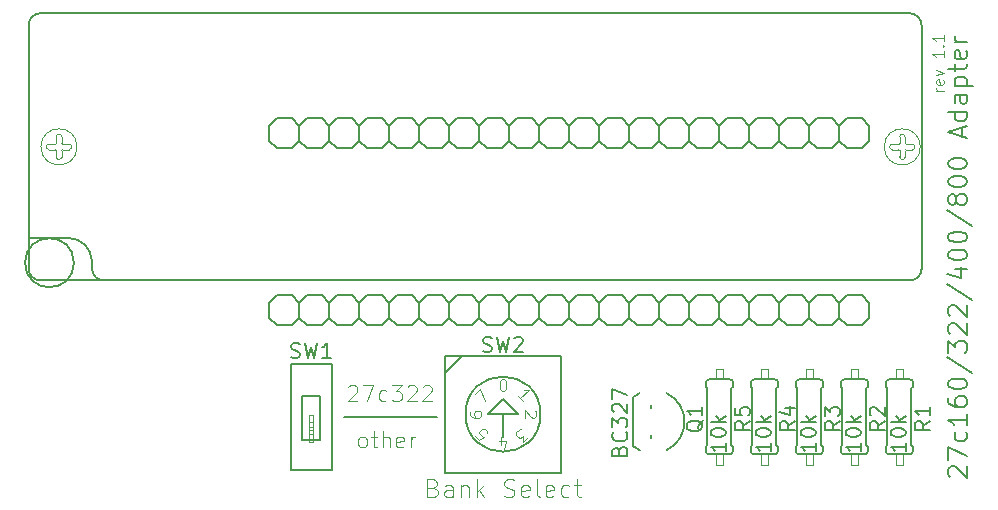
<source format=gto>
G04 #@! TF.GenerationSoftware,KiCad,Pcbnew,(5.1.2)-2*
G04 #@! TF.CreationDate,2019-08-03T14:41:18-04:00*
G04 #@! TF.ProjectId,27C160_Adapter,32374331-3630-45f4-9164-61707465722e,rev?*
G04 #@! TF.SameCoordinates,Original*
G04 #@! TF.FileFunction,Legend,Top*
G04 #@! TF.FilePolarity,Positive*
%FSLAX46Y46*%
G04 Gerber Fmt 4.6, Leading zero omitted, Abs format (unit mm)*
G04 Created by KiCad (PCBNEW (5.1.2)-2) date 2019-08-03 14:41:18*
%MOMM*%
%LPD*%
G04 APERTURE LIST*
%ADD10C,0.113792*%
%ADD11C,0.134112*%
%ADD12C,0.150000*%
%ADD13C,0.081280*%
%ADD14C,0.127000*%
%ADD15C,0.066040*%
%ADD16C,0.152400*%
%ADD17C,0.203200*%
%ADD18C,0.101600*%
G04 APERTURE END LIST*
D10*
X51828072Y-46457477D02*
X52299477Y-45986072D01*
X52703538Y-46996225D01*
X51395380Y-47942523D02*
X51395380Y-48133000D01*
X51443000Y-48228238D01*
X51490619Y-48275857D01*
X51633476Y-48371095D01*
X51823952Y-48418714D01*
X52204904Y-48418714D01*
X52300142Y-48371095D01*
X52347761Y-48323476D01*
X52395380Y-48228238D01*
X52395380Y-48037761D01*
X52347761Y-47942523D01*
X52300142Y-47894904D01*
X52204904Y-47847285D01*
X51966809Y-47847285D01*
X51871571Y-47894904D01*
X51823952Y-47942523D01*
X51776333Y-48037761D01*
X51776333Y-48228238D01*
X51823952Y-48323476D01*
X51871571Y-48371095D01*
X51966809Y-48418714D01*
X51895416Y-50002866D02*
X52232133Y-50339583D01*
X52602522Y-50036538D01*
X52535179Y-50036538D01*
X52434164Y-50002866D01*
X52265805Y-49834507D01*
X52232133Y-49733492D01*
X52232133Y-49666148D01*
X52265805Y-49565133D01*
X52434164Y-49396774D01*
X52535179Y-49363103D01*
X52602522Y-49363103D01*
X52703538Y-49396774D01*
X52871896Y-49565133D01*
X52905568Y-49666148D01*
X52905568Y-49733492D01*
X54038523Y-50760285D02*
X54038523Y-50093619D01*
X54276619Y-51141238D02*
X54514714Y-50426952D01*
X53895666Y-50426952D01*
X56375927Y-50062522D02*
X55938194Y-50500255D01*
X55904522Y-49995179D01*
X55803507Y-50096194D01*
X55702492Y-50129866D01*
X55635148Y-50129866D01*
X55534133Y-50096194D01*
X55365774Y-49927835D01*
X55332103Y-49826820D01*
X55332103Y-49759477D01*
X55365774Y-49658461D01*
X55567805Y-49456431D01*
X55668820Y-49422759D01*
X55736164Y-49422759D01*
X56967380Y-47847285D02*
X57015000Y-47894904D01*
X57062619Y-47990142D01*
X57062619Y-48228238D01*
X57015000Y-48323476D01*
X56967380Y-48371095D01*
X56872142Y-48418714D01*
X56776904Y-48418714D01*
X56634047Y-48371095D01*
X56062619Y-47799666D01*
X56062619Y-48418714D01*
X55889148Y-47003912D02*
X55485087Y-46599851D01*
X55687118Y-46801881D02*
X56394225Y-46094774D01*
X56225866Y-46128446D01*
X56091179Y-46128446D01*
X55990164Y-46094774D01*
X54181380Y-45172380D02*
X54276619Y-45172380D01*
X54371857Y-45220000D01*
X54419476Y-45267619D01*
X54467095Y-45362857D01*
X54514714Y-45553333D01*
X54514714Y-45791428D01*
X54467095Y-45981904D01*
X54419476Y-46077142D01*
X54371857Y-46124761D01*
X54276619Y-46172380D01*
X54181380Y-46172380D01*
X54086142Y-46124761D01*
X54038523Y-46077142D01*
X53990904Y-45981904D01*
X53943285Y-45791428D01*
X53943285Y-45553333D01*
X53990904Y-45362857D01*
X54038523Y-45267619D01*
X54086142Y-45220000D01*
X54181380Y-45172380D01*
X48336142Y-54375857D02*
X48550428Y-54447285D01*
X48621857Y-54518714D01*
X48693285Y-54661571D01*
X48693285Y-54875857D01*
X48621857Y-55018714D01*
X48550428Y-55090142D01*
X48407571Y-55161571D01*
X47836142Y-55161571D01*
X47836142Y-53661571D01*
X48336142Y-53661571D01*
X48479000Y-53733000D01*
X48550428Y-53804428D01*
X48621857Y-53947285D01*
X48621857Y-54090142D01*
X48550428Y-54233000D01*
X48479000Y-54304428D01*
X48336142Y-54375857D01*
X47836142Y-54375857D01*
X49979000Y-55161571D02*
X49979000Y-54375857D01*
X49907571Y-54233000D01*
X49764714Y-54161571D01*
X49479000Y-54161571D01*
X49336142Y-54233000D01*
X49979000Y-55090142D02*
X49836142Y-55161571D01*
X49479000Y-55161571D01*
X49336142Y-55090142D01*
X49264714Y-54947285D01*
X49264714Y-54804428D01*
X49336142Y-54661571D01*
X49479000Y-54590142D01*
X49836142Y-54590142D01*
X49979000Y-54518714D01*
X50693285Y-54161571D02*
X50693285Y-55161571D01*
X50693285Y-54304428D02*
X50764714Y-54233000D01*
X50907571Y-54161571D01*
X51121857Y-54161571D01*
X51264714Y-54233000D01*
X51336142Y-54375857D01*
X51336142Y-55161571D01*
X52050428Y-55161571D02*
X52050428Y-53661571D01*
X52193285Y-54590142D02*
X52621857Y-55161571D01*
X52621857Y-54161571D02*
X52050428Y-54733000D01*
X54336142Y-55090142D02*
X54550428Y-55161571D01*
X54907571Y-55161571D01*
X55050428Y-55090142D01*
X55121857Y-55018714D01*
X55193285Y-54875857D01*
X55193285Y-54733000D01*
X55121857Y-54590142D01*
X55050428Y-54518714D01*
X54907571Y-54447285D01*
X54621857Y-54375857D01*
X54479000Y-54304428D01*
X54407571Y-54233000D01*
X54336142Y-54090142D01*
X54336142Y-53947285D01*
X54407571Y-53804428D01*
X54479000Y-53733000D01*
X54621857Y-53661571D01*
X54979000Y-53661571D01*
X55193285Y-53733000D01*
X56407571Y-55090142D02*
X56264714Y-55161571D01*
X55979000Y-55161571D01*
X55836142Y-55090142D01*
X55764714Y-54947285D01*
X55764714Y-54375857D01*
X55836142Y-54233000D01*
X55979000Y-54161571D01*
X56264714Y-54161571D01*
X56407571Y-54233000D01*
X56479000Y-54375857D01*
X56479000Y-54518714D01*
X55764714Y-54661571D01*
X57336142Y-55161571D02*
X57193285Y-55090142D01*
X57121857Y-54947285D01*
X57121857Y-53661571D01*
X58479000Y-55090142D02*
X58336142Y-55161571D01*
X58050428Y-55161571D01*
X57907571Y-55090142D01*
X57836142Y-54947285D01*
X57836142Y-54375857D01*
X57907571Y-54233000D01*
X58050428Y-54161571D01*
X58336142Y-54161571D01*
X58479000Y-54233000D01*
X58550428Y-54375857D01*
X58550428Y-54518714D01*
X57836142Y-54661571D01*
X59836142Y-55090142D02*
X59693285Y-55161571D01*
X59407571Y-55161571D01*
X59264714Y-55090142D01*
X59193285Y-55018714D01*
X59121857Y-54875857D01*
X59121857Y-54447285D01*
X59193285Y-54304428D01*
X59264714Y-54233000D01*
X59407571Y-54161571D01*
X59693285Y-54161571D01*
X59836142Y-54233000D01*
X60264714Y-54161571D02*
X60836142Y-54161571D01*
X60479000Y-53661571D02*
X60479000Y-54947285D01*
X60550428Y-55090142D01*
X60693285Y-55161571D01*
X60836142Y-55161571D01*
D11*
X92082257Y-53457478D02*
X92006420Y-53381641D01*
X91930582Y-53229967D01*
X91930582Y-52850781D01*
X92006420Y-52699107D01*
X92082257Y-52623270D01*
X92233931Y-52547432D01*
X92385605Y-52547432D01*
X92613117Y-52623270D01*
X93523162Y-53533315D01*
X93523162Y-52547432D01*
X91930582Y-52016572D02*
X91930582Y-50954852D01*
X93523162Y-51637387D01*
X93447325Y-49665621D02*
X93523162Y-49817295D01*
X93523162Y-50120644D01*
X93447325Y-50272318D01*
X93371488Y-50348155D01*
X93219814Y-50423992D01*
X92764791Y-50423992D01*
X92613117Y-50348155D01*
X92537280Y-50272318D01*
X92461442Y-50120644D01*
X92461442Y-49817295D01*
X92537280Y-49665621D01*
X93523162Y-48148878D02*
X93523162Y-49058924D01*
X93523162Y-48603901D02*
X91930582Y-48603901D01*
X92158094Y-48755575D01*
X92309768Y-48907250D01*
X92385605Y-49058924D01*
X91930582Y-46783810D02*
X91930582Y-47087158D01*
X92006420Y-47238832D01*
X92082257Y-47314670D01*
X92309768Y-47466344D01*
X92613117Y-47542181D01*
X93219814Y-47542181D01*
X93371488Y-47466344D01*
X93447325Y-47390507D01*
X93523162Y-47238832D01*
X93523162Y-46935484D01*
X93447325Y-46783810D01*
X93371488Y-46707972D01*
X93219814Y-46632135D01*
X92840628Y-46632135D01*
X92688954Y-46707972D01*
X92613117Y-46783810D01*
X92537280Y-46935484D01*
X92537280Y-47238832D01*
X92613117Y-47390507D01*
X92688954Y-47466344D01*
X92840628Y-47542181D01*
X91930582Y-45646252D02*
X91930582Y-45494578D01*
X92006420Y-45342904D01*
X92082257Y-45267067D01*
X92233931Y-45191230D01*
X92537280Y-45115392D01*
X92916465Y-45115392D01*
X93219814Y-45191230D01*
X93371488Y-45267067D01*
X93447325Y-45342904D01*
X93523162Y-45494578D01*
X93523162Y-45646252D01*
X93447325Y-45797927D01*
X93371488Y-45873764D01*
X93219814Y-45949601D01*
X92916465Y-46025438D01*
X92537280Y-46025438D01*
X92233931Y-45949601D01*
X92082257Y-45873764D01*
X92006420Y-45797927D01*
X91930582Y-45646252D01*
X91854745Y-43295301D02*
X93902348Y-44660370D01*
X91930582Y-42916115D02*
X91930582Y-41930232D01*
X92537280Y-42461092D01*
X92537280Y-42233581D01*
X92613117Y-42081907D01*
X92688954Y-42006070D01*
X92840628Y-41930232D01*
X93219814Y-41930232D01*
X93371488Y-42006070D01*
X93447325Y-42081907D01*
X93523162Y-42233581D01*
X93523162Y-42688604D01*
X93447325Y-42840278D01*
X93371488Y-42916115D01*
X92082257Y-41323535D02*
X92006420Y-41247698D01*
X91930582Y-41096024D01*
X91930582Y-40716838D01*
X92006420Y-40565164D01*
X92082257Y-40489327D01*
X92233931Y-40413490D01*
X92385605Y-40413490D01*
X92613117Y-40489327D01*
X93523162Y-41399372D01*
X93523162Y-40413490D01*
X92082257Y-39806792D02*
X92006420Y-39730955D01*
X91930582Y-39579281D01*
X91930582Y-39200095D01*
X92006420Y-39048421D01*
X92082257Y-38972584D01*
X92233931Y-38896747D01*
X92385605Y-38896747D01*
X92613117Y-38972584D01*
X93523162Y-39882630D01*
X93523162Y-38896747D01*
X91854745Y-37076655D02*
X93902348Y-38441724D01*
X92461442Y-35863261D02*
X93523162Y-35863261D01*
X91854745Y-36242447D02*
X92992302Y-36621632D01*
X92992302Y-35635750D01*
X91930582Y-34725704D02*
X91930582Y-34574030D01*
X92006420Y-34422355D01*
X92082257Y-34346518D01*
X92233931Y-34270681D01*
X92537280Y-34194844D01*
X92916465Y-34194844D01*
X93219814Y-34270681D01*
X93371488Y-34346518D01*
X93447325Y-34422355D01*
X93523162Y-34574030D01*
X93523162Y-34725704D01*
X93447325Y-34877378D01*
X93371488Y-34953215D01*
X93219814Y-35029052D01*
X92916465Y-35104890D01*
X92537280Y-35104890D01*
X92233931Y-35029052D01*
X92082257Y-34953215D01*
X92006420Y-34877378D01*
X91930582Y-34725704D01*
X91930582Y-33208961D02*
X91930582Y-33057287D01*
X92006420Y-32905612D01*
X92082257Y-32829775D01*
X92233931Y-32753938D01*
X92537280Y-32678101D01*
X92916465Y-32678101D01*
X93219814Y-32753938D01*
X93371488Y-32829775D01*
X93447325Y-32905612D01*
X93523162Y-33057287D01*
X93523162Y-33208961D01*
X93447325Y-33360635D01*
X93371488Y-33436472D01*
X93219814Y-33512310D01*
X92916465Y-33588147D01*
X92537280Y-33588147D01*
X92233931Y-33512310D01*
X92082257Y-33436472D01*
X92006420Y-33360635D01*
X91930582Y-33208961D01*
X91854745Y-30858010D02*
X93902348Y-32223078D01*
X92613117Y-30099638D02*
X92537280Y-30251312D01*
X92461442Y-30327150D01*
X92309768Y-30402987D01*
X92233931Y-30402987D01*
X92082257Y-30327150D01*
X92006420Y-30251312D01*
X91930582Y-30099638D01*
X91930582Y-29796290D01*
X92006420Y-29644615D01*
X92082257Y-29568778D01*
X92233931Y-29492941D01*
X92309768Y-29492941D01*
X92461442Y-29568778D01*
X92537280Y-29644615D01*
X92613117Y-29796290D01*
X92613117Y-30099638D01*
X92688954Y-30251312D01*
X92764791Y-30327150D01*
X92916465Y-30402987D01*
X93219814Y-30402987D01*
X93371488Y-30327150D01*
X93447325Y-30251312D01*
X93523162Y-30099638D01*
X93523162Y-29796290D01*
X93447325Y-29644615D01*
X93371488Y-29568778D01*
X93219814Y-29492941D01*
X92916465Y-29492941D01*
X92764791Y-29568778D01*
X92688954Y-29644615D01*
X92613117Y-29796290D01*
X91930582Y-28507058D02*
X91930582Y-28355384D01*
X92006420Y-28203710D01*
X92082257Y-28127872D01*
X92233931Y-28052035D01*
X92537280Y-27976198D01*
X92916465Y-27976198D01*
X93219814Y-28052035D01*
X93371488Y-28127872D01*
X93447325Y-28203710D01*
X93523162Y-28355384D01*
X93523162Y-28507058D01*
X93447325Y-28658732D01*
X93371488Y-28734570D01*
X93219814Y-28810407D01*
X92916465Y-28886244D01*
X92537280Y-28886244D01*
X92233931Y-28810407D01*
X92082257Y-28734570D01*
X92006420Y-28658732D01*
X91930582Y-28507058D01*
X91930582Y-26990315D02*
X91930582Y-26838641D01*
X92006420Y-26686967D01*
X92082257Y-26611130D01*
X92233931Y-26535292D01*
X92537280Y-26459455D01*
X92916465Y-26459455D01*
X93219814Y-26535292D01*
X93371488Y-26611130D01*
X93447325Y-26686967D01*
X93523162Y-26838641D01*
X93523162Y-26990315D01*
X93447325Y-27141990D01*
X93371488Y-27217827D01*
X93219814Y-27293664D01*
X92916465Y-27369501D01*
X92537280Y-27369501D01*
X92233931Y-27293664D01*
X92082257Y-27217827D01*
X92006420Y-27141990D01*
X91930582Y-26990315D01*
X93068140Y-24639364D02*
X93068140Y-23880992D01*
X93523162Y-24791038D02*
X91930582Y-24260178D01*
X93523162Y-23729318D01*
X93523162Y-22515924D02*
X91930582Y-22515924D01*
X93447325Y-22515924D02*
X93523162Y-22667598D01*
X93523162Y-22970947D01*
X93447325Y-23122621D01*
X93371488Y-23198458D01*
X93219814Y-23274295D01*
X92764791Y-23274295D01*
X92613117Y-23198458D01*
X92537280Y-23122621D01*
X92461442Y-22970947D01*
X92461442Y-22667598D01*
X92537280Y-22515924D01*
X93523162Y-21075018D02*
X92688954Y-21075018D01*
X92537280Y-21150855D01*
X92461442Y-21302530D01*
X92461442Y-21605878D01*
X92537280Y-21757552D01*
X93447325Y-21075018D02*
X93523162Y-21226692D01*
X93523162Y-21605878D01*
X93447325Y-21757552D01*
X93295651Y-21833390D01*
X93143977Y-21833390D01*
X92992302Y-21757552D01*
X92916465Y-21605878D01*
X92916465Y-21226692D01*
X92840628Y-21075018D01*
X92461442Y-20316647D02*
X94054022Y-20316647D01*
X92537280Y-20316647D02*
X92461442Y-20164972D01*
X92461442Y-19861624D01*
X92537280Y-19709950D01*
X92613117Y-19634112D01*
X92764791Y-19558275D01*
X93219814Y-19558275D01*
X93371488Y-19634112D01*
X93447325Y-19709950D01*
X93523162Y-19861624D01*
X93523162Y-20164972D01*
X93447325Y-20316647D01*
X92461442Y-19103252D02*
X92461442Y-18496555D01*
X91930582Y-18875741D02*
X93295651Y-18875741D01*
X93447325Y-18799904D01*
X93523162Y-18648230D01*
X93523162Y-18496555D01*
X93447325Y-17358998D02*
X93523162Y-17510672D01*
X93523162Y-17814021D01*
X93447325Y-17965695D01*
X93295651Y-18041532D01*
X92688954Y-18041532D01*
X92537280Y-17965695D01*
X92461442Y-17814021D01*
X92461442Y-17510672D01*
X92537280Y-17358998D01*
X92688954Y-17283161D01*
X92840628Y-17283161D01*
X92992302Y-18041532D01*
X93523162Y-16600627D02*
X92461442Y-16600627D01*
X92764791Y-16600627D02*
X92613117Y-16524790D01*
X92537280Y-16448952D01*
X92461442Y-16297278D01*
X92461442Y-16145604D01*
D12*
X40805100Y-48361600D02*
X48639000Y-48361600D01*
D10*
X41136451Y-45804666D02*
X41200798Y-45740320D01*
X41329491Y-45675973D01*
X41651224Y-45675973D01*
X41779918Y-45740320D01*
X41844264Y-45804666D01*
X41908611Y-45933360D01*
X41908611Y-46062053D01*
X41844264Y-46255093D01*
X41072104Y-47027253D01*
X41908611Y-47027253D01*
X42359038Y-45675973D02*
X43259891Y-45675973D01*
X42680771Y-47027253D01*
X44353784Y-46962906D02*
X44225091Y-47027253D01*
X43967704Y-47027253D01*
X43839011Y-46962906D01*
X43774664Y-46898560D01*
X43710318Y-46769866D01*
X43710318Y-46383786D01*
X43774664Y-46255093D01*
X43839011Y-46190746D01*
X43967704Y-46126400D01*
X44225091Y-46126400D01*
X44353784Y-46190746D01*
X44804211Y-45675973D02*
X45640718Y-45675973D01*
X45190291Y-46190746D01*
X45383331Y-46190746D01*
X45512024Y-46255093D01*
X45576371Y-46319440D01*
X45640718Y-46448133D01*
X45640718Y-46769866D01*
X45576371Y-46898560D01*
X45512024Y-46962906D01*
X45383331Y-47027253D01*
X44997251Y-47027253D01*
X44868558Y-46962906D01*
X44804211Y-46898560D01*
X46155491Y-45804666D02*
X46219838Y-45740320D01*
X46348531Y-45675973D01*
X46670264Y-45675973D01*
X46798958Y-45740320D01*
X46863304Y-45804666D01*
X46927651Y-45933360D01*
X46927651Y-46062053D01*
X46863304Y-46255093D01*
X46091144Y-47027253D01*
X46927651Y-47027253D01*
X47442424Y-45804666D02*
X47506771Y-45740320D01*
X47635464Y-45675973D01*
X47957198Y-45675973D01*
X48085891Y-45740320D01*
X48150238Y-45804666D01*
X48214584Y-45933360D01*
X48214584Y-46062053D01*
X48150238Y-46255093D01*
X47378078Y-47027253D01*
X48214584Y-47027253D01*
X42244738Y-50943933D02*
X42116044Y-50879586D01*
X42051698Y-50815240D01*
X41987351Y-50686546D01*
X41987351Y-50300466D01*
X42051698Y-50171773D01*
X42116044Y-50107426D01*
X42244738Y-50043080D01*
X42437778Y-50043080D01*
X42566471Y-50107426D01*
X42630818Y-50171773D01*
X42695164Y-50300466D01*
X42695164Y-50686546D01*
X42630818Y-50815240D01*
X42566471Y-50879586D01*
X42437778Y-50943933D01*
X42244738Y-50943933D01*
X43081244Y-50043080D02*
X43596018Y-50043080D01*
X43274284Y-49592653D02*
X43274284Y-50750893D01*
X43338631Y-50879586D01*
X43467324Y-50943933D01*
X43596018Y-50943933D01*
X44046444Y-50943933D02*
X44046444Y-49592653D01*
X44625564Y-50943933D02*
X44625564Y-50236120D01*
X44561218Y-50107426D01*
X44432524Y-50043080D01*
X44239484Y-50043080D01*
X44110791Y-50107426D01*
X44046444Y-50171773D01*
X45783804Y-50879586D02*
X45655111Y-50943933D01*
X45397724Y-50943933D01*
X45269031Y-50879586D01*
X45204684Y-50750893D01*
X45204684Y-50236120D01*
X45269031Y-50107426D01*
X45397724Y-50043080D01*
X45655111Y-50043080D01*
X45783804Y-50107426D01*
X45848151Y-50236120D01*
X45848151Y-50364813D01*
X45204684Y-50493506D01*
X46427271Y-50943933D02*
X46427271Y-50043080D01*
X46427271Y-50300466D02*
X46491618Y-50171773D01*
X46555964Y-50107426D01*
X46684658Y-50043080D01*
X46813351Y-50043080D01*
D13*
X91559138Y-20773958D02*
X90915671Y-20773958D01*
X91099519Y-20773958D02*
X91007595Y-20727996D01*
X90961633Y-20682034D01*
X90915671Y-20590110D01*
X90915671Y-20498187D01*
X91513176Y-19808758D02*
X91559138Y-19900682D01*
X91559138Y-20084529D01*
X91513176Y-20176453D01*
X91421252Y-20222415D01*
X91053557Y-20222415D01*
X90961633Y-20176453D01*
X90915671Y-20084529D01*
X90915671Y-19900682D01*
X90961633Y-19808758D01*
X91053557Y-19762796D01*
X91145480Y-19762796D01*
X91237404Y-20222415D01*
X90915671Y-19441063D02*
X91559138Y-19211253D01*
X90915671Y-18981444D01*
X91559138Y-17372777D02*
X91559138Y-17924320D01*
X91559138Y-17648548D02*
X90593938Y-17648548D01*
X90731823Y-17740472D01*
X90823747Y-17832396D01*
X90869709Y-17924320D01*
X91467214Y-16959120D02*
X91513176Y-16913158D01*
X91559138Y-16959120D01*
X91513176Y-17005082D01*
X91467214Y-16959120D01*
X91559138Y-16959120D01*
X91559138Y-15993920D02*
X91559138Y-16545463D01*
X91559138Y-16269691D02*
X90593938Y-16269691D01*
X90731823Y-16361615D01*
X90823747Y-16453539D01*
X90869709Y-16545463D01*
D12*
X55499000Y-48133000D02*
X52959000Y-48133000D01*
X54229000Y-46863000D02*
X52959000Y-48133000D01*
X54229000Y-46863000D02*
X55499000Y-48133000D01*
X54229000Y-48133000D02*
X54229000Y-50038000D01*
X57404000Y-48133000D02*
G75*
G03X57404000Y-48133000I-3175000J0D01*
G01*
X49279000Y-44683000D02*
X50779000Y-43183000D01*
X59179000Y-43183000D02*
X59179000Y-53083000D01*
X49279000Y-43183000D02*
X59179000Y-43183000D01*
X49279000Y-53083000D02*
X49279000Y-43183000D01*
X59179000Y-53083000D02*
X49279000Y-53083000D01*
D14*
X65278000Y-46675040D02*
X65278000Y-50860960D01*
X66802000Y-47632620D02*
X66802000Y-47365920D01*
X66802000Y-50170080D02*
X66802000Y-49903380D01*
X68067124Y-51180903D02*
G75*
G03X68066920Y-46355000I-1138124J2412903D01*
G01*
X65791194Y-46356717D02*
G75*
G03X65278000Y-46675040I1140346J-2411283D01*
G01*
X65280427Y-50861617D02*
G75*
G03X65819020Y-51191160I1651113J2093617D01*
G01*
D15*
X87490200Y-51537000D02*
X87490200Y-52400600D01*
X87490200Y-52400600D02*
X88099800Y-52400600D01*
X88099800Y-51537000D02*
X88099800Y-52400600D01*
X87490200Y-51537000D02*
X88099800Y-51537000D01*
X87490200Y-44323400D02*
X87490200Y-45187000D01*
X87490200Y-45187000D02*
X88099800Y-45187000D01*
X88099800Y-44323400D02*
X88099800Y-45187000D01*
X87490200Y-44323400D02*
X88099800Y-44323400D01*
D16*
X86906000Y-45187000D02*
X88684000Y-45187000D01*
X88938000Y-45441000D02*
X88938000Y-45822000D01*
X88811000Y-45949000D02*
X88938000Y-45822000D01*
X86652000Y-45441000D02*
X86652000Y-45822000D01*
X86779000Y-45949000D02*
X86652000Y-45822000D01*
X88811000Y-50775000D02*
X88938000Y-50902000D01*
X88811000Y-50775000D02*
X88811000Y-45949000D01*
X86779000Y-50775000D02*
X86652000Y-50902000D01*
X86779000Y-50775000D02*
X86779000Y-45949000D01*
X88938000Y-51283000D02*
X88938000Y-50902000D01*
X86652000Y-51283000D02*
X86652000Y-50902000D01*
X86906000Y-51537000D02*
X88684000Y-51537000D01*
X88938000Y-45441000D02*
G75*
G03X88684000Y-45187000I-254000J0D01*
G01*
X86906000Y-45187000D02*
G75*
G03X86652000Y-45441000I0J-254000D01*
G01*
X86652000Y-51283000D02*
G75*
G03X86906000Y-51537000I254000J0D01*
G01*
X88684000Y-51537000D02*
G75*
G03X88938000Y-51283000I0J254000D01*
G01*
D15*
X83680200Y-51537000D02*
X83680200Y-52400600D01*
X83680200Y-52400600D02*
X84289800Y-52400600D01*
X84289800Y-51537000D02*
X84289800Y-52400600D01*
X83680200Y-51537000D02*
X84289800Y-51537000D01*
X83680200Y-44323400D02*
X83680200Y-45187000D01*
X83680200Y-45187000D02*
X84289800Y-45187000D01*
X84289800Y-44323400D02*
X84289800Y-45187000D01*
X83680200Y-44323400D02*
X84289800Y-44323400D01*
D16*
X83096000Y-45187000D02*
X84874000Y-45187000D01*
X85128000Y-45441000D02*
X85128000Y-45822000D01*
X85001000Y-45949000D02*
X85128000Y-45822000D01*
X82842000Y-45441000D02*
X82842000Y-45822000D01*
X82969000Y-45949000D02*
X82842000Y-45822000D01*
X85001000Y-50775000D02*
X85128000Y-50902000D01*
X85001000Y-50775000D02*
X85001000Y-45949000D01*
X82969000Y-50775000D02*
X82842000Y-50902000D01*
X82969000Y-50775000D02*
X82969000Y-45949000D01*
X85128000Y-51283000D02*
X85128000Y-50902000D01*
X82842000Y-51283000D02*
X82842000Y-50902000D01*
X83096000Y-51537000D02*
X84874000Y-51537000D01*
X85128000Y-45441000D02*
G75*
G03X84874000Y-45187000I-254000J0D01*
G01*
X83096000Y-45187000D02*
G75*
G03X82842000Y-45441000I0J-254000D01*
G01*
X82842000Y-51283000D02*
G75*
G03X83096000Y-51537000I254000J0D01*
G01*
X84874000Y-51537000D02*
G75*
G03X85128000Y-51283000I0J254000D01*
G01*
D15*
X79870200Y-51537000D02*
X79870200Y-52400600D01*
X79870200Y-52400600D02*
X80479800Y-52400600D01*
X80479800Y-51537000D02*
X80479800Y-52400600D01*
X79870200Y-51537000D02*
X80479800Y-51537000D01*
X79870200Y-44323400D02*
X79870200Y-45187000D01*
X79870200Y-45187000D02*
X80479800Y-45187000D01*
X80479800Y-44323400D02*
X80479800Y-45187000D01*
X79870200Y-44323400D02*
X80479800Y-44323400D01*
D16*
X79286000Y-45187000D02*
X81064000Y-45187000D01*
X81318000Y-45441000D02*
X81318000Y-45822000D01*
X81191000Y-45949000D02*
X81318000Y-45822000D01*
X79032000Y-45441000D02*
X79032000Y-45822000D01*
X79159000Y-45949000D02*
X79032000Y-45822000D01*
X81191000Y-50775000D02*
X81318000Y-50902000D01*
X81191000Y-50775000D02*
X81191000Y-45949000D01*
X79159000Y-50775000D02*
X79032000Y-50902000D01*
X79159000Y-50775000D02*
X79159000Y-45949000D01*
X81318000Y-51283000D02*
X81318000Y-50902000D01*
X79032000Y-51283000D02*
X79032000Y-50902000D01*
X79286000Y-51537000D02*
X81064000Y-51537000D01*
X81318000Y-45441000D02*
G75*
G03X81064000Y-45187000I-254000J0D01*
G01*
X79286000Y-45187000D02*
G75*
G03X79032000Y-45441000I0J-254000D01*
G01*
X79032000Y-51283000D02*
G75*
G03X79286000Y-51537000I254000J0D01*
G01*
X81064000Y-51537000D02*
G75*
G03X81318000Y-51283000I0J254000D01*
G01*
D15*
X76669800Y-45187000D02*
X76669800Y-44323400D01*
X76669800Y-44323400D02*
X76060200Y-44323400D01*
X76060200Y-45187000D02*
X76060200Y-44323400D01*
X76669800Y-45187000D02*
X76060200Y-45187000D01*
X76669800Y-52400600D02*
X76669800Y-51537000D01*
X76669800Y-51537000D02*
X76060200Y-51537000D01*
X76060200Y-52400600D02*
X76060200Y-51537000D01*
X76669800Y-52400600D02*
X76060200Y-52400600D01*
D16*
X77254000Y-51537000D02*
X75476000Y-51537000D01*
X75222000Y-51283000D02*
X75222000Y-50902000D01*
X75349000Y-50775000D02*
X75222000Y-50902000D01*
X77508000Y-51283000D02*
X77508000Y-50902000D01*
X77381000Y-50775000D02*
X77508000Y-50902000D01*
X75349000Y-45949000D02*
X75222000Y-45822000D01*
X75349000Y-45949000D02*
X75349000Y-50775000D01*
X77381000Y-45949000D02*
X77508000Y-45822000D01*
X77381000Y-45949000D02*
X77381000Y-50775000D01*
X75222000Y-45441000D02*
X75222000Y-45822000D01*
X77508000Y-45441000D02*
X77508000Y-45822000D01*
X77254000Y-45187000D02*
X75476000Y-45187000D01*
X75222000Y-51283000D02*
G75*
G03X75476000Y-51537000I254000J0D01*
G01*
X77254000Y-51537000D02*
G75*
G03X77508000Y-51283000I0J254000D01*
G01*
X77508000Y-45441000D02*
G75*
G03X77254000Y-45187000I-254000J0D01*
G01*
X75476000Y-45187000D02*
G75*
G03X75222000Y-45441000I0J-254000D01*
G01*
D15*
X72250200Y-51537000D02*
X72250200Y-52400600D01*
X72250200Y-52400600D02*
X72859800Y-52400600D01*
X72859800Y-51537000D02*
X72859800Y-52400600D01*
X72250200Y-51537000D02*
X72859800Y-51537000D01*
X72250200Y-44323400D02*
X72250200Y-45187000D01*
X72250200Y-45187000D02*
X72859800Y-45187000D01*
X72859800Y-44323400D02*
X72859800Y-45187000D01*
X72250200Y-44323400D02*
X72859800Y-44323400D01*
D16*
X71666000Y-45187000D02*
X73444000Y-45187000D01*
X73698000Y-45441000D02*
X73698000Y-45822000D01*
X73571000Y-45949000D02*
X73698000Y-45822000D01*
X71412000Y-45441000D02*
X71412000Y-45822000D01*
X71539000Y-45949000D02*
X71412000Y-45822000D01*
X73571000Y-50775000D02*
X73698000Y-50902000D01*
X73571000Y-50775000D02*
X73571000Y-45949000D01*
X71539000Y-50775000D02*
X71412000Y-50902000D01*
X71539000Y-50775000D02*
X71539000Y-45949000D01*
X73698000Y-51283000D02*
X73698000Y-50902000D01*
X71412000Y-51283000D02*
X71412000Y-50902000D01*
X71666000Y-51537000D02*
X73444000Y-51537000D01*
X73698000Y-45441000D02*
G75*
G03X73444000Y-45187000I-254000J0D01*
G01*
X71666000Y-45187000D02*
G75*
G03X71412000Y-45441000I0J-254000D01*
G01*
X71412000Y-51283000D02*
G75*
G03X71666000Y-51537000I254000J0D01*
G01*
X73444000Y-51537000D02*
G75*
G03X73698000Y-51283000I0J254000D01*
G01*
D15*
X38185500Y-50457500D02*
X38185500Y-49441500D01*
X38185500Y-49441500D02*
X37804500Y-49441500D01*
X37804500Y-50457500D02*
X37804500Y-49441500D01*
X38185500Y-50457500D02*
X37804500Y-50457500D01*
X38185500Y-49822500D02*
X38185500Y-48806500D01*
X38185500Y-48806500D02*
X37804500Y-48806500D01*
X37804500Y-49822500D02*
X37804500Y-48806500D01*
X38185500Y-49822500D02*
X37804500Y-49822500D01*
X38185500Y-49187500D02*
X38185500Y-48171500D01*
X38185500Y-48171500D02*
X37804500Y-48171500D01*
X37804500Y-49187500D02*
X37804500Y-48171500D01*
X38185500Y-49187500D02*
X37804500Y-49187500D01*
D14*
X39742520Y-52860340D02*
X39742520Y-43863660D01*
X39742520Y-43863660D02*
X36247480Y-43863660D01*
X36247480Y-43863660D02*
X36247480Y-52860340D01*
X36247480Y-52860340D02*
X39742520Y-52860340D01*
X37245700Y-46614480D02*
X37245700Y-50360980D01*
X37245700Y-50360980D02*
X38744300Y-50360980D01*
X38744300Y-50360980D02*
X38744300Y-46614480D01*
X38744300Y-46614480D02*
X37245700Y-46614480D01*
D16*
X80810000Y-23091540D02*
X82080000Y-23091540D01*
X82080000Y-23091540D02*
X82715000Y-23724000D01*
X82715000Y-23724000D02*
X82715000Y-24994000D01*
X82715000Y-24994000D02*
X82080000Y-25629000D01*
X77635000Y-23724000D02*
X78270000Y-23091540D01*
X78270000Y-23091540D02*
X79540000Y-23091540D01*
X79540000Y-23091540D02*
X80175000Y-23724000D01*
X80175000Y-23724000D02*
X80175000Y-24994000D01*
X80175000Y-24994000D02*
X79540000Y-25629000D01*
X79540000Y-25629000D02*
X78270000Y-25629000D01*
X78270000Y-25629000D02*
X77635000Y-24994000D01*
X80810000Y-23091540D02*
X80175000Y-23724000D01*
X80175000Y-24994000D02*
X80810000Y-25629000D01*
X82080000Y-25629000D02*
X80810000Y-25629000D01*
X73190000Y-23091540D02*
X74460000Y-23091540D01*
X74460000Y-23091540D02*
X75095000Y-23724000D01*
X75095000Y-23724000D02*
X75095000Y-24994000D01*
X75095000Y-24994000D02*
X74460000Y-25629000D01*
X75095000Y-23724000D02*
X75730000Y-23091540D01*
X75730000Y-23091540D02*
X77000000Y-23091540D01*
X77000000Y-23091540D02*
X77635000Y-23724000D01*
X77635000Y-23724000D02*
X77635000Y-24994000D01*
X77635000Y-24994000D02*
X77000000Y-25629000D01*
X77000000Y-25629000D02*
X75730000Y-25629000D01*
X75730000Y-25629000D02*
X75095000Y-24994000D01*
X70015000Y-23724000D02*
X70650000Y-23091540D01*
X70650000Y-23091540D02*
X71920000Y-23091540D01*
X71920000Y-23091540D02*
X72555000Y-23724000D01*
X72555000Y-23724000D02*
X72555000Y-24994000D01*
X72555000Y-24994000D02*
X71920000Y-25629000D01*
X71920000Y-25629000D02*
X70650000Y-25629000D01*
X70650000Y-25629000D02*
X70015000Y-24994000D01*
X73190000Y-23091540D02*
X72555000Y-23724000D01*
X72555000Y-24994000D02*
X73190000Y-25629000D01*
X74460000Y-25629000D02*
X73190000Y-25629000D01*
X65570000Y-23091540D02*
X66840000Y-23091540D01*
X66840000Y-23091540D02*
X67475000Y-23724000D01*
X67475000Y-23724000D02*
X67475000Y-24994000D01*
X67475000Y-24994000D02*
X66840000Y-25629000D01*
X67475000Y-23724000D02*
X68110000Y-23091540D01*
X68110000Y-23091540D02*
X69380000Y-23091540D01*
X69380000Y-23091540D02*
X70015000Y-23724000D01*
X70015000Y-23724000D02*
X70015000Y-24994000D01*
X70015000Y-24994000D02*
X69380000Y-25629000D01*
X69380000Y-25629000D02*
X68110000Y-25629000D01*
X68110000Y-25629000D02*
X67475000Y-24994000D01*
X62395000Y-23724000D02*
X63030000Y-23091540D01*
X63030000Y-23091540D02*
X64300000Y-23091540D01*
X64300000Y-23091540D02*
X64935000Y-23724000D01*
X64935000Y-23724000D02*
X64935000Y-24994000D01*
X64935000Y-24994000D02*
X64300000Y-25629000D01*
X64300000Y-25629000D02*
X63030000Y-25629000D01*
X63030000Y-25629000D02*
X62395000Y-24994000D01*
X65570000Y-23091540D02*
X64935000Y-23724000D01*
X64935000Y-24994000D02*
X65570000Y-25629000D01*
X66840000Y-25629000D02*
X65570000Y-25629000D01*
X57950000Y-23091540D02*
X59220000Y-23091540D01*
X59220000Y-23091540D02*
X59855000Y-23724000D01*
X59855000Y-23724000D02*
X59855000Y-24994000D01*
X59855000Y-24994000D02*
X59220000Y-25629000D01*
X59855000Y-23724000D02*
X60490000Y-23091540D01*
X60490000Y-23091540D02*
X61760000Y-23091540D01*
X61760000Y-23091540D02*
X62395000Y-23724000D01*
X62395000Y-23724000D02*
X62395000Y-24994000D01*
X62395000Y-24994000D02*
X61760000Y-25629000D01*
X61760000Y-25629000D02*
X60490000Y-25629000D01*
X60490000Y-25629000D02*
X59855000Y-24994000D01*
X54775000Y-23724000D02*
X55410000Y-23091540D01*
X55410000Y-23091540D02*
X56680000Y-23091540D01*
X56680000Y-23091540D02*
X57315000Y-23724000D01*
X57315000Y-23724000D02*
X57315000Y-24994000D01*
X57315000Y-24994000D02*
X56680000Y-25629000D01*
X56680000Y-25629000D02*
X55410000Y-25629000D01*
X55410000Y-25629000D02*
X54775000Y-24994000D01*
X57950000Y-23091540D02*
X57315000Y-23724000D01*
X57315000Y-24994000D02*
X57950000Y-25629000D01*
X59220000Y-25629000D02*
X57950000Y-25629000D01*
X50330000Y-23091540D02*
X51600000Y-23091540D01*
X51600000Y-23091540D02*
X52235000Y-23724000D01*
X52235000Y-23724000D02*
X52235000Y-24994000D01*
X52235000Y-24994000D02*
X51600000Y-25629000D01*
X52235000Y-23724000D02*
X52870000Y-23091540D01*
X52870000Y-23091540D02*
X54140000Y-23091540D01*
X54140000Y-23091540D02*
X54775000Y-23724000D01*
X54775000Y-23724000D02*
X54775000Y-24994000D01*
X54775000Y-24994000D02*
X54140000Y-25629000D01*
X54140000Y-25629000D02*
X52870000Y-25629000D01*
X52870000Y-25629000D02*
X52235000Y-24994000D01*
X47155000Y-23724000D02*
X47790000Y-23091540D01*
X47790000Y-23091540D02*
X49060000Y-23091540D01*
X49060000Y-23091540D02*
X49695000Y-23724000D01*
X49695000Y-23724000D02*
X49695000Y-24994000D01*
X49695000Y-24994000D02*
X49060000Y-25629000D01*
X49060000Y-25629000D02*
X47790000Y-25629000D01*
X47790000Y-25629000D02*
X47155000Y-24994000D01*
X50330000Y-23091540D02*
X49695000Y-23724000D01*
X49695000Y-24994000D02*
X50330000Y-25629000D01*
X51600000Y-25629000D02*
X50330000Y-25629000D01*
X42710000Y-23091540D02*
X43980000Y-23091540D01*
X43980000Y-23091540D02*
X44615000Y-23724000D01*
X44615000Y-23724000D02*
X44615000Y-24994000D01*
X44615000Y-24994000D02*
X43980000Y-25629000D01*
X44615000Y-23724000D02*
X45250000Y-23091540D01*
X45250000Y-23091540D02*
X46520000Y-23091540D01*
X46520000Y-23091540D02*
X47155000Y-23724000D01*
X47155000Y-23724000D02*
X47155000Y-24994000D01*
X47155000Y-24994000D02*
X46520000Y-25629000D01*
X46520000Y-25629000D02*
X45250000Y-25629000D01*
X45250000Y-25629000D02*
X44615000Y-24994000D01*
X39535000Y-23724000D02*
X40170000Y-23091540D01*
X40170000Y-23091540D02*
X41440000Y-23091540D01*
X41440000Y-23091540D02*
X42075000Y-23724000D01*
X42075000Y-23724000D02*
X42075000Y-24994000D01*
X42075000Y-24994000D02*
X41440000Y-25629000D01*
X41440000Y-25629000D02*
X40170000Y-25629000D01*
X40170000Y-25629000D02*
X39535000Y-24994000D01*
X42710000Y-23091540D02*
X42075000Y-23724000D01*
X42075000Y-24994000D02*
X42710000Y-25629000D01*
X43980000Y-25629000D02*
X42710000Y-25629000D01*
X35090000Y-23091540D02*
X36360000Y-23091540D01*
X36360000Y-23091540D02*
X36995000Y-23724000D01*
X36995000Y-23724000D02*
X36995000Y-24994000D01*
X36995000Y-24994000D02*
X36360000Y-25629000D01*
X36995000Y-23724000D02*
X37630000Y-23091540D01*
X37630000Y-23091540D02*
X38900000Y-23091540D01*
X38900000Y-23091540D02*
X39535000Y-23724000D01*
X39535000Y-23724000D02*
X39535000Y-24994000D01*
X39535000Y-24994000D02*
X38900000Y-25629000D01*
X38900000Y-25629000D02*
X37630000Y-25629000D01*
X37630000Y-25629000D02*
X36995000Y-24994000D01*
X34455000Y-23724000D02*
X34455000Y-24994000D01*
X35090000Y-23091540D02*
X34455000Y-23724000D01*
X34455000Y-24994000D02*
X35090000Y-25629000D01*
X36360000Y-25629000D02*
X35090000Y-25629000D01*
X83350000Y-23091540D02*
X84620000Y-23091540D01*
X84620000Y-23091540D02*
X85255000Y-23724000D01*
X85255000Y-23724000D02*
X85255000Y-24994000D01*
X85255000Y-24994000D02*
X84620000Y-25629000D01*
X83350000Y-23091540D02*
X82715000Y-23724000D01*
X82715000Y-24994000D02*
X83350000Y-25629000D01*
X84620000Y-25629000D02*
X83350000Y-25629000D01*
X80810000Y-38075000D02*
X82080000Y-38075000D01*
X82080000Y-38075000D02*
X82715000Y-38710000D01*
X82715000Y-38710000D02*
X82715000Y-39980000D01*
X82715000Y-39980000D02*
X82080000Y-40612460D01*
X77635000Y-38710000D02*
X78270000Y-38075000D01*
X78270000Y-38075000D02*
X79540000Y-38075000D01*
X79540000Y-38075000D02*
X80175000Y-38710000D01*
X80175000Y-38710000D02*
X80175000Y-39980000D01*
X80175000Y-39980000D02*
X79540000Y-40612460D01*
X79540000Y-40612460D02*
X78270000Y-40612460D01*
X78270000Y-40612460D02*
X77635000Y-39980000D01*
X80810000Y-38075000D02*
X80175000Y-38710000D01*
X80175000Y-39980000D02*
X80810000Y-40612460D01*
X82080000Y-40612460D02*
X80810000Y-40612460D01*
X73190000Y-38075000D02*
X74460000Y-38075000D01*
X74460000Y-38075000D02*
X75095000Y-38710000D01*
X75095000Y-38710000D02*
X75095000Y-39980000D01*
X75095000Y-39980000D02*
X74460000Y-40612460D01*
X75095000Y-38710000D02*
X75730000Y-38075000D01*
X75730000Y-38075000D02*
X77000000Y-38075000D01*
X77000000Y-38075000D02*
X77635000Y-38710000D01*
X77635000Y-38710000D02*
X77635000Y-39980000D01*
X77635000Y-39980000D02*
X77000000Y-40612460D01*
X77000000Y-40612460D02*
X75730000Y-40612460D01*
X75730000Y-40612460D02*
X75095000Y-39980000D01*
X70015000Y-38710000D02*
X70650000Y-38075000D01*
X70650000Y-38075000D02*
X71920000Y-38075000D01*
X71920000Y-38075000D02*
X72555000Y-38710000D01*
X72555000Y-38710000D02*
X72555000Y-39980000D01*
X72555000Y-39980000D02*
X71920000Y-40612460D01*
X71920000Y-40612460D02*
X70650000Y-40612460D01*
X70650000Y-40612460D02*
X70015000Y-39980000D01*
X73190000Y-38075000D02*
X72555000Y-38710000D01*
X72555000Y-39980000D02*
X73190000Y-40612460D01*
X74460000Y-40612460D02*
X73190000Y-40612460D01*
X65570000Y-38075000D02*
X66840000Y-38075000D01*
X66840000Y-38075000D02*
X67475000Y-38710000D01*
X67475000Y-38710000D02*
X67475000Y-39980000D01*
X67475000Y-39980000D02*
X66840000Y-40612460D01*
X67475000Y-38710000D02*
X68110000Y-38075000D01*
X68110000Y-38075000D02*
X69380000Y-38075000D01*
X69380000Y-38075000D02*
X70015000Y-38710000D01*
X70015000Y-38710000D02*
X70015000Y-39980000D01*
X70015000Y-39980000D02*
X69380000Y-40612460D01*
X69380000Y-40612460D02*
X68110000Y-40612460D01*
X68110000Y-40612460D02*
X67475000Y-39980000D01*
X62395000Y-38710000D02*
X63030000Y-38075000D01*
X63030000Y-38075000D02*
X64300000Y-38075000D01*
X64300000Y-38075000D02*
X64935000Y-38710000D01*
X64935000Y-38710000D02*
X64935000Y-39980000D01*
X64935000Y-39980000D02*
X64300000Y-40612460D01*
X64300000Y-40612460D02*
X63030000Y-40612460D01*
X63030000Y-40612460D02*
X62395000Y-39980000D01*
X65570000Y-38075000D02*
X64935000Y-38710000D01*
X64935000Y-39980000D02*
X65570000Y-40612460D01*
X66840000Y-40612460D02*
X65570000Y-40612460D01*
X57950000Y-38075000D02*
X59220000Y-38075000D01*
X59220000Y-38075000D02*
X59855000Y-38710000D01*
X59855000Y-38710000D02*
X59855000Y-39980000D01*
X59855000Y-39980000D02*
X59220000Y-40612460D01*
X59855000Y-38710000D02*
X60490000Y-38075000D01*
X60490000Y-38075000D02*
X61760000Y-38075000D01*
X61760000Y-38075000D02*
X62395000Y-38710000D01*
X62395000Y-38710000D02*
X62395000Y-39980000D01*
X62395000Y-39980000D02*
X61760000Y-40612460D01*
X61760000Y-40612460D02*
X60490000Y-40612460D01*
X60490000Y-40612460D02*
X59855000Y-39980000D01*
X54775000Y-38710000D02*
X55410000Y-38075000D01*
X55410000Y-38075000D02*
X56680000Y-38075000D01*
X56680000Y-38075000D02*
X57315000Y-38710000D01*
X57315000Y-38710000D02*
X57315000Y-39980000D01*
X57315000Y-39980000D02*
X56680000Y-40612460D01*
X56680000Y-40612460D02*
X55410000Y-40612460D01*
X55410000Y-40612460D02*
X54775000Y-39980000D01*
X57950000Y-38075000D02*
X57315000Y-38710000D01*
X57315000Y-39980000D02*
X57950000Y-40612460D01*
X59220000Y-40612460D02*
X57950000Y-40612460D01*
X50330000Y-38075000D02*
X51600000Y-38075000D01*
X51600000Y-38075000D02*
X52235000Y-38710000D01*
X52235000Y-38710000D02*
X52235000Y-39980000D01*
X52235000Y-39980000D02*
X51600000Y-40612460D01*
X52235000Y-38710000D02*
X52870000Y-38075000D01*
X52870000Y-38075000D02*
X54140000Y-38075000D01*
X54140000Y-38075000D02*
X54775000Y-38710000D01*
X54775000Y-38710000D02*
X54775000Y-39980000D01*
X54775000Y-39980000D02*
X54140000Y-40612460D01*
X54140000Y-40612460D02*
X52870000Y-40612460D01*
X52870000Y-40612460D02*
X52235000Y-39980000D01*
X47155000Y-38710000D02*
X47790000Y-38075000D01*
X47790000Y-38075000D02*
X49060000Y-38075000D01*
X49060000Y-38075000D02*
X49695000Y-38710000D01*
X49695000Y-38710000D02*
X49695000Y-39980000D01*
X49695000Y-39980000D02*
X49060000Y-40612460D01*
X49060000Y-40612460D02*
X47790000Y-40612460D01*
X47790000Y-40612460D02*
X47155000Y-39980000D01*
X50330000Y-38075000D02*
X49695000Y-38710000D01*
X49695000Y-39980000D02*
X50330000Y-40612460D01*
X51600000Y-40612460D02*
X50330000Y-40612460D01*
X42710000Y-38075000D02*
X43980000Y-38075000D01*
X43980000Y-38075000D02*
X44615000Y-38710000D01*
X44615000Y-38710000D02*
X44615000Y-39980000D01*
X44615000Y-39980000D02*
X43980000Y-40612460D01*
X44615000Y-38710000D02*
X45250000Y-38075000D01*
X45250000Y-38075000D02*
X46520000Y-38075000D01*
X46520000Y-38075000D02*
X47155000Y-38710000D01*
X47155000Y-38710000D02*
X47155000Y-39980000D01*
X47155000Y-39980000D02*
X46520000Y-40612460D01*
X46520000Y-40612460D02*
X45250000Y-40612460D01*
X45250000Y-40612460D02*
X44615000Y-39980000D01*
X39535000Y-38710000D02*
X40170000Y-38075000D01*
X40170000Y-38075000D02*
X41440000Y-38075000D01*
X41440000Y-38075000D02*
X42075000Y-38710000D01*
X42075000Y-38710000D02*
X42075000Y-39980000D01*
X42075000Y-39980000D02*
X41440000Y-40612460D01*
X41440000Y-40612460D02*
X40170000Y-40612460D01*
X40170000Y-40612460D02*
X39535000Y-39980000D01*
X42710000Y-38075000D02*
X42075000Y-38710000D01*
X42075000Y-39980000D02*
X42710000Y-40612460D01*
X43980000Y-40612460D02*
X42710000Y-40612460D01*
X35090000Y-38075000D02*
X36360000Y-38075000D01*
X36360000Y-38075000D02*
X36995000Y-38710000D01*
X36995000Y-38710000D02*
X36995000Y-39980000D01*
X36995000Y-39980000D02*
X36360000Y-40612460D01*
X36995000Y-38710000D02*
X37630000Y-38075000D01*
X37630000Y-38075000D02*
X38900000Y-38075000D01*
X38900000Y-38075000D02*
X39535000Y-38710000D01*
X39535000Y-38710000D02*
X39535000Y-39980000D01*
X39535000Y-39980000D02*
X38900000Y-40612460D01*
X38900000Y-40612460D02*
X37630000Y-40612460D01*
X37630000Y-40612460D02*
X36995000Y-39980000D01*
X34455000Y-38710000D02*
X34455000Y-39980000D01*
X35090000Y-38075000D02*
X34455000Y-38710000D01*
X34455000Y-39980000D02*
X35090000Y-40612460D01*
X36360000Y-40612460D02*
X35090000Y-40612460D01*
X83350000Y-38075000D02*
X84620000Y-38075000D01*
X84620000Y-38075000D02*
X85255000Y-38710000D01*
X85255000Y-38710000D02*
X85255000Y-39980000D01*
X85255000Y-39980000D02*
X84620000Y-40612460D01*
X83350000Y-38075000D02*
X82715000Y-38710000D01*
X82715000Y-39980000D02*
X83350000Y-40612460D01*
X84620000Y-40612460D02*
X83350000Y-40612460D01*
D17*
X15067180Y-14193520D02*
X88663680Y-14193520D01*
X89664440Y-15191740D02*
X89664440Y-35811460D01*
X88663680Y-36809680D02*
X20477380Y-36809680D01*
X20477380Y-36809680D02*
X15067180Y-36809680D01*
X14066420Y-35811460D02*
X14066420Y-15191740D01*
D18*
X16405760Y-25191720D02*
X16405760Y-24653240D01*
X16865500Y-24653240D02*
X16865500Y-25201880D01*
D17*
X14175640Y-33210500D02*
X17426840Y-33210500D01*
X19425820Y-35161220D02*
X19425820Y-35811460D01*
D18*
X16327020Y-25730200D02*
X15786000Y-25730200D01*
X15786000Y-25273000D02*
X16337180Y-25273000D01*
X16865500Y-25811480D02*
X16865500Y-26349960D01*
X16405760Y-26349960D02*
X16405760Y-25801320D01*
X16946780Y-25273000D02*
X17485260Y-25273000D01*
X17485260Y-25730200D02*
X16936620Y-25730200D01*
X87802620Y-25191720D02*
X87802620Y-24653240D01*
X88264900Y-24653240D02*
X88264900Y-25201880D01*
X87723880Y-25730200D02*
X87182860Y-25730200D01*
X87182860Y-25273000D02*
X87734040Y-25273000D01*
X88264900Y-25811480D02*
X88264900Y-26349960D01*
X87802620Y-26349960D02*
X87802620Y-25801320D01*
X88343640Y-25273000D02*
X88884660Y-25273000D01*
X88884660Y-25730200D02*
X88333480Y-25730200D01*
X18165980Y-25501600D02*
G75*
G03X18165980Y-25501600I-1529080J0D01*
G01*
D17*
X17896740Y-35311080D02*
G75*
G03X17896740Y-35311080I-2070100J0D01*
G01*
D18*
X89562840Y-25501600D02*
G75*
G03X89562840Y-25501600I-1529080J0D01*
G01*
D17*
X15067180Y-14190980D02*
G75*
G03X14066420Y-15191740I0J-1000760D01*
G01*
X89661900Y-15191740D02*
G75*
G03X88663680Y-14193520I-998220J0D01*
G01*
X88663680Y-36812220D02*
G75*
G03X89664440Y-35811460I0J1000760D01*
G01*
X14068960Y-35811460D02*
G75*
G03X15067180Y-36809680I998220J0D01*
G01*
D18*
X16636900Y-24422100D02*
G75*
G03X16405760Y-24653240I0J-231140D01*
G01*
X16868040Y-24653240D02*
G75*
G03X16636900Y-24422100I-231140J0D01*
G01*
D17*
X19427674Y-35159626D02*
G75*
G03X17426840Y-33210500I-2000834J-52394D01*
G01*
X19427075Y-35815181D02*
G75*
G03X20477380Y-36809680I999505J3721D01*
G01*
D18*
X15557400Y-25501600D02*
G75*
G03X15786000Y-25730200I228600J0D01*
G01*
X15786000Y-25273000D02*
G75*
G03X15557400Y-25501600I0J-228600D01*
G01*
X16337180Y-25270460D02*
G75*
G03X16405760Y-25201880I0J68580D01*
G01*
X16398140Y-25801320D02*
G75*
G03X16327020Y-25730200I-71120J0D01*
G01*
X16636900Y-26578560D02*
G75*
G03X16865500Y-26349960I0J228600D01*
G01*
X16405760Y-26349960D02*
G75*
G03X16636900Y-26581100I231140J0D01*
G01*
X17713860Y-25501600D02*
G75*
G03X17485260Y-25273000I-228600J0D01*
G01*
X17485260Y-25732740D02*
G75*
G03X17716400Y-25501600I0J231140D01*
G01*
X16936620Y-25730200D02*
G75*
G03X16865500Y-25801320I0J-71120D01*
G01*
X16865500Y-25201880D02*
G75*
G03X16936620Y-25273000I71120J0D01*
G01*
X88033760Y-24422100D02*
G75*
G03X87802620Y-24653240I0J-231140D01*
G01*
X88264900Y-24653240D02*
G75*
G03X88033760Y-24422100I-231140J0D01*
G01*
X86954260Y-25501600D02*
G75*
G03X87182860Y-25730200I228600J0D01*
G01*
X87182860Y-25273000D02*
G75*
G03X86954260Y-25501600I0J-228600D01*
G01*
X87734040Y-25270460D02*
G75*
G03X87802620Y-25201880I0J68580D01*
G01*
X87795000Y-25801320D02*
G75*
G03X87723880Y-25730200I-71120J0D01*
G01*
X88033760Y-26581100D02*
G75*
G03X88264900Y-26349960I0J231140D01*
G01*
X87802620Y-26349960D02*
G75*
G03X88033760Y-26581100I231140J0D01*
G01*
X89113260Y-25501600D02*
G75*
G03X88884660Y-25273000I-228600J0D01*
G01*
X88884660Y-25730200D02*
G75*
G03X89113260Y-25501600I0J228600D01*
G01*
X88333480Y-25732740D02*
G75*
G03X88264900Y-25801320I0J-68580D01*
G01*
X88262360Y-25201880D02*
G75*
G03X88333480Y-25273000I71120J0D01*
G01*
D14*
X52535666Y-42805047D02*
X52717095Y-42865523D01*
X53019476Y-42865523D01*
X53140428Y-42805047D01*
X53200904Y-42744571D01*
X53261380Y-42623619D01*
X53261380Y-42502666D01*
X53200904Y-42381714D01*
X53140428Y-42321238D01*
X53019476Y-42260761D01*
X52777571Y-42200285D01*
X52656619Y-42139809D01*
X52596142Y-42079333D01*
X52535666Y-41958380D01*
X52535666Y-41837428D01*
X52596142Y-41716476D01*
X52656619Y-41656000D01*
X52777571Y-41595523D01*
X53079952Y-41595523D01*
X53261380Y-41656000D01*
X53684714Y-41595523D02*
X53987095Y-42865523D01*
X54229000Y-41958380D01*
X54470904Y-42865523D01*
X54773285Y-41595523D01*
X55196619Y-41716476D02*
X55257095Y-41656000D01*
X55378047Y-41595523D01*
X55680428Y-41595523D01*
X55801380Y-41656000D01*
X55861857Y-41716476D01*
X55922333Y-41837428D01*
X55922333Y-41958380D01*
X55861857Y-42139809D01*
X55136142Y-42865523D01*
X55922333Y-42865523D01*
X71180476Y-48634952D02*
X71120000Y-48755904D01*
X70999047Y-48876857D01*
X70817619Y-49058285D01*
X70757142Y-49179238D01*
X70757142Y-49300190D01*
X71059523Y-49239714D02*
X70999047Y-49360666D01*
X70878095Y-49481619D01*
X70636190Y-49542095D01*
X70212857Y-49542095D01*
X69970952Y-49481619D01*
X69850000Y-49360666D01*
X69789523Y-49239714D01*
X69789523Y-48997809D01*
X69850000Y-48876857D01*
X69970952Y-48755904D01*
X70212857Y-48695428D01*
X70636190Y-48695428D01*
X70878095Y-48755904D01*
X70999047Y-48876857D01*
X71059523Y-48997809D01*
X71059523Y-49239714D01*
X71059523Y-47485904D02*
X71059523Y-48211619D01*
X71059523Y-47848761D02*
X69789523Y-47848761D01*
X69970952Y-47969714D01*
X70091904Y-48090666D01*
X70152380Y-48211619D01*
X64082385Y-51228171D02*
X64142861Y-51046742D01*
X64203338Y-50986266D01*
X64324290Y-50925790D01*
X64505719Y-50925790D01*
X64626671Y-50986266D01*
X64687147Y-51046742D01*
X64747623Y-51167695D01*
X64747623Y-51651504D01*
X63477623Y-51651504D01*
X63477623Y-51228171D01*
X63538100Y-51107219D01*
X63598576Y-51046742D01*
X63719528Y-50986266D01*
X63840480Y-50986266D01*
X63961433Y-51046742D01*
X64021909Y-51107219D01*
X64082385Y-51228171D01*
X64082385Y-51651504D01*
X64626671Y-49655790D02*
X64687147Y-49716266D01*
X64747623Y-49897695D01*
X64747623Y-50018647D01*
X64687147Y-50200076D01*
X64566195Y-50321028D01*
X64445242Y-50381504D01*
X64203338Y-50441980D01*
X64021909Y-50441980D01*
X63780004Y-50381504D01*
X63659052Y-50321028D01*
X63538100Y-50200076D01*
X63477623Y-50018647D01*
X63477623Y-49897695D01*
X63538100Y-49716266D01*
X63598576Y-49655790D01*
X63477623Y-49232457D02*
X63477623Y-48446266D01*
X63961433Y-48869600D01*
X63961433Y-48688171D01*
X64021909Y-48567219D01*
X64082385Y-48506742D01*
X64203338Y-48446266D01*
X64505719Y-48446266D01*
X64626671Y-48506742D01*
X64687147Y-48567219D01*
X64747623Y-48688171D01*
X64747623Y-49051028D01*
X64687147Y-49171980D01*
X64626671Y-49232457D01*
X63598576Y-47962457D02*
X63538100Y-47901980D01*
X63477623Y-47781028D01*
X63477623Y-47478647D01*
X63538100Y-47357695D01*
X63598576Y-47297219D01*
X63719528Y-47236742D01*
X63840480Y-47236742D01*
X64021909Y-47297219D01*
X64747623Y-48022933D01*
X64747623Y-47236742D01*
X63477623Y-46813409D02*
X63477623Y-45966742D01*
X64747623Y-46511028D01*
X90363423Y-48726066D02*
X89758661Y-49149400D01*
X90363423Y-49451780D02*
X89093423Y-49451780D01*
X89093423Y-48967971D01*
X89153900Y-48847019D01*
X89214376Y-48786542D01*
X89335328Y-48726066D01*
X89516757Y-48726066D01*
X89637709Y-48786542D01*
X89698185Y-48847019D01*
X89758661Y-48967971D01*
X89758661Y-49451780D01*
X90363423Y-47516542D02*
X90363423Y-48242257D01*
X90363423Y-47879400D02*
X89093423Y-47879400D01*
X89274852Y-48000352D01*
X89395804Y-48121304D01*
X89456280Y-48242257D01*
X88331423Y-50540352D02*
X88331423Y-51266066D01*
X88331423Y-50903209D02*
X87061423Y-50903209D01*
X87242852Y-51024161D01*
X87363804Y-51145114D01*
X87424280Y-51266066D01*
X87061423Y-49754161D02*
X87061423Y-49633209D01*
X87121900Y-49512257D01*
X87182376Y-49451780D01*
X87303328Y-49391304D01*
X87545233Y-49330828D01*
X87847614Y-49330828D01*
X88089519Y-49391304D01*
X88210471Y-49451780D01*
X88270947Y-49512257D01*
X88331423Y-49633209D01*
X88331423Y-49754161D01*
X88270947Y-49875114D01*
X88210471Y-49935590D01*
X88089519Y-49996066D01*
X87847614Y-50056542D01*
X87545233Y-50056542D01*
X87303328Y-49996066D01*
X87182376Y-49935590D01*
X87121900Y-49875114D01*
X87061423Y-49754161D01*
X88331423Y-48786542D02*
X87061423Y-48786542D01*
X87847614Y-48665590D02*
X88331423Y-48302733D01*
X87484757Y-48302733D02*
X87968566Y-48786542D01*
X86553423Y-48726066D02*
X85948661Y-49149400D01*
X86553423Y-49451780D02*
X85283423Y-49451780D01*
X85283423Y-48967971D01*
X85343900Y-48847019D01*
X85404376Y-48786542D01*
X85525328Y-48726066D01*
X85706757Y-48726066D01*
X85827709Y-48786542D01*
X85888185Y-48847019D01*
X85948661Y-48967971D01*
X85948661Y-49451780D01*
X85404376Y-48242257D02*
X85343900Y-48181780D01*
X85283423Y-48060828D01*
X85283423Y-47758447D01*
X85343900Y-47637495D01*
X85404376Y-47577019D01*
X85525328Y-47516542D01*
X85646280Y-47516542D01*
X85827709Y-47577019D01*
X86553423Y-48302733D01*
X86553423Y-47516542D01*
X84521423Y-50540352D02*
X84521423Y-51266066D01*
X84521423Y-50903209D02*
X83251423Y-50903209D01*
X83432852Y-51024161D01*
X83553804Y-51145114D01*
X83614280Y-51266066D01*
X83251423Y-49754161D02*
X83251423Y-49633209D01*
X83311900Y-49512257D01*
X83372376Y-49451780D01*
X83493328Y-49391304D01*
X83735233Y-49330828D01*
X84037614Y-49330828D01*
X84279519Y-49391304D01*
X84400471Y-49451780D01*
X84460947Y-49512257D01*
X84521423Y-49633209D01*
X84521423Y-49754161D01*
X84460947Y-49875114D01*
X84400471Y-49935590D01*
X84279519Y-49996066D01*
X84037614Y-50056542D01*
X83735233Y-50056542D01*
X83493328Y-49996066D01*
X83372376Y-49935590D01*
X83311900Y-49875114D01*
X83251423Y-49754161D01*
X84521423Y-48786542D02*
X83251423Y-48786542D01*
X84037614Y-48665590D02*
X84521423Y-48302733D01*
X83674757Y-48302733D02*
X84158566Y-48786542D01*
X82743423Y-48726066D02*
X82138661Y-49149400D01*
X82743423Y-49451780D02*
X81473423Y-49451780D01*
X81473423Y-48967971D01*
X81533900Y-48847019D01*
X81594376Y-48786542D01*
X81715328Y-48726066D01*
X81896757Y-48726066D01*
X82017709Y-48786542D01*
X82078185Y-48847019D01*
X82138661Y-48967971D01*
X82138661Y-49451780D01*
X81473423Y-48302733D02*
X81473423Y-47516542D01*
X81957233Y-47939876D01*
X81957233Y-47758447D01*
X82017709Y-47637495D01*
X82078185Y-47577019D01*
X82199138Y-47516542D01*
X82501519Y-47516542D01*
X82622471Y-47577019D01*
X82682947Y-47637495D01*
X82743423Y-47758447D01*
X82743423Y-48121304D01*
X82682947Y-48242257D01*
X82622471Y-48302733D01*
X80711423Y-50540352D02*
X80711423Y-51266066D01*
X80711423Y-50903209D02*
X79441423Y-50903209D01*
X79622852Y-51024161D01*
X79743804Y-51145114D01*
X79804280Y-51266066D01*
X79441423Y-49754161D02*
X79441423Y-49633209D01*
X79501900Y-49512257D01*
X79562376Y-49451780D01*
X79683328Y-49391304D01*
X79925233Y-49330828D01*
X80227614Y-49330828D01*
X80469519Y-49391304D01*
X80590471Y-49451780D01*
X80650947Y-49512257D01*
X80711423Y-49633209D01*
X80711423Y-49754161D01*
X80650947Y-49875114D01*
X80590471Y-49935590D01*
X80469519Y-49996066D01*
X80227614Y-50056542D01*
X79925233Y-50056542D01*
X79683328Y-49996066D01*
X79562376Y-49935590D01*
X79501900Y-49875114D01*
X79441423Y-49754161D01*
X80711423Y-48786542D02*
X79441423Y-48786542D01*
X80227614Y-48665590D02*
X80711423Y-48302733D01*
X79864757Y-48302733D02*
X80348566Y-48786542D01*
X78933423Y-48726066D02*
X78328661Y-49149400D01*
X78933423Y-49451780D02*
X77663423Y-49451780D01*
X77663423Y-48967971D01*
X77723900Y-48847019D01*
X77784376Y-48786542D01*
X77905328Y-48726066D01*
X78086757Y-48726066D01*
X78207709Y-48786542D01*
X78268185Y-48847019D01*
X78328661Y-48967971D01*
X78328661Y-49451780D01*
X78086757Y-47637495D02*
X78933423Y-47637495D01*
X77602947Y-47939876D02*
X78510090Y-48242257D01*
X78510090Y-47456066D01*
X76901423Y-50540352D02*
X76901423Y-51266066D01*
X76901423Y-50903209D02*
X75631423Y-50903209D01*
X75812852Y-51024161D01*
X75933804Y-51145114D01*
X75994280Y-51266066D01*
X75631423Y-49754161D02*
X75631423Y-49633209D01*
X75691900Y-49512257D01*
X75752376Y-49451780D01*
X75873328Y-49391304D01*
X76115233Y-49330828D01*
X76417614Y-49330828D01*
X76659519Y-49391304D01*
X76780471Y-49451780D01*
X76840947Y-49512257D01*
X76901423Y-49633209D01*
X76901423Y-49754161D01*
X76840947Y-49875114D01*
X76780471Y-49935590D01*
X76659519Y-49996066D01*
X76417614Y-50056542D01*
X76115233Y-50056542D01*
X75873328Y-49996066D01*
X75752376Y-49935590D01*
X75691900Y-49875114D01*
X75631423Y-49754161D01*
X76901423Y-48786542D02*
X75631423Y-48786542D01*
X76417614Y-48665590D02*
X76901423Y-48302733D01*
X76054757Y-48302733D02*
X76538566Y-48786542D01*
X75123523Y-48725666D02*
X74518761Y-49149000D01*
X75123523Y-49451380D02*
X73853523Y-49451380D01*
X73853523Y-48967571D01*
X73914000Y-48846619D01*
X73974476Y-48786142D01*
X74095428Y-48725666D01*
X74276857Y-48725666D01*
X74397809Y-48786142D01*
X74458285Y-48846619D01*
X74518761Y-48967571D01*
X74518761Y-49451380D01*
X73853523Y-47576619D02*
X73853523Y-48181380D01*
X74458285Y-48241857D01*
X74397809Y-48181380D01*
X74337333Y-48060428D01*
X74337333Y-47758047D01*
X74397809Y-47637095D01*
X74458285Y-47576619D01*
X74579238Y-47516142D01*
X74881619Y-47516142D01*
X75002571Y-47576619D01*
X75063047Y-47637095D01*
X75123523Y-47758047D01*
X75123523Y-48060428D01*
X75063047Y-48181380D01*
X75002571Y-48241857D01*
X73091523Y-50539952D02*
X73091523Y-51265666D01*
X73091523Y-50902809D02*
X71821523Y-50902809D01*
X72002952Y-51023761D01*
X72123904Y-51144714D01*
X72184380Y-51265666D01*
X71821523Y-49753761D02*
X71821523Y-49632809D01*
X71882000Y-49511857D01*
X71942476Y-49451380D01*
X72063428Y-49390904D01*
X72305333Y-49330428D01*
X72607714Y-49330428D01*
X72849619Y-49390904D01*
X72970571Y-49451380D01*
X73031047Y-49511857D01*
X73091523Y-49632809D01*
X73091523Y-49753761D01*
X73031047Y-49874714D01*
X72970571Y-49935190D01*
X72849619Y-49995666D01*
X72607714Y-50056142D01*
X72305333Y-50056142D01*
X72063428Y-49995666D01*
X71942476Y-49935190D01*
X71882000Y-49874714D01*
X71821523Y-49753761D01*
X73091523Y-48786142D02*
X71821523Y-48786142D01*
X72607714Y-48665190D02*
X73091523Y-48302333D01*
X72244857Y-48302333D02*
X72728666Y-48786142D01*
X36279666Y-43313047D02*
X36461095Y-43373523D01*
X36763476Y-43373523D01*
X36884428Y-43313047D01*
X36944904Y-43252571D01*
X37005380Y-43131619D01*
X37005380Y-43010666D01*
X36944904Y-42889714D01*
X36884428Y-42829238D01*
X36763476Y-42768761D01*
X36521571Y-42708285D01*
X36400619Y-42647809D01*
X36340142Y-42587333D01*
X36279666Y-42466380D01*
X36279666Y-42345428D01*
X36340142Y-42224476D01*
X36400619Y-42164000D01*
X36521571Y-42103523D01*
X36823952Y-42103523D01*
X37005380Y-42164000D01*
X37428714Y-42103523D02*
X37731095Y-43373523D01*
X37973000Y-42466380D01*
X38214904Y-43373523D01*
X38517285Y-42103523D01*
X39666333Y-43373523D02*
X38940619Y-43373523D01*
X39303476Y-43373523D02*
X39303476Y-42103523D01*
X39182523Y-42284952D01*
X39061571Y-42405904D01*
X38940619Y-42466380D01*
M02*

</source>
